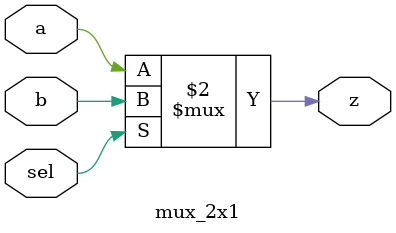
<source format=v>
module mux_2x1(a,b,sel,z);
  input a,b,sel;
  output reg z;
  assign z = (sel == 0) ? a:b;
endmodule

</source>
